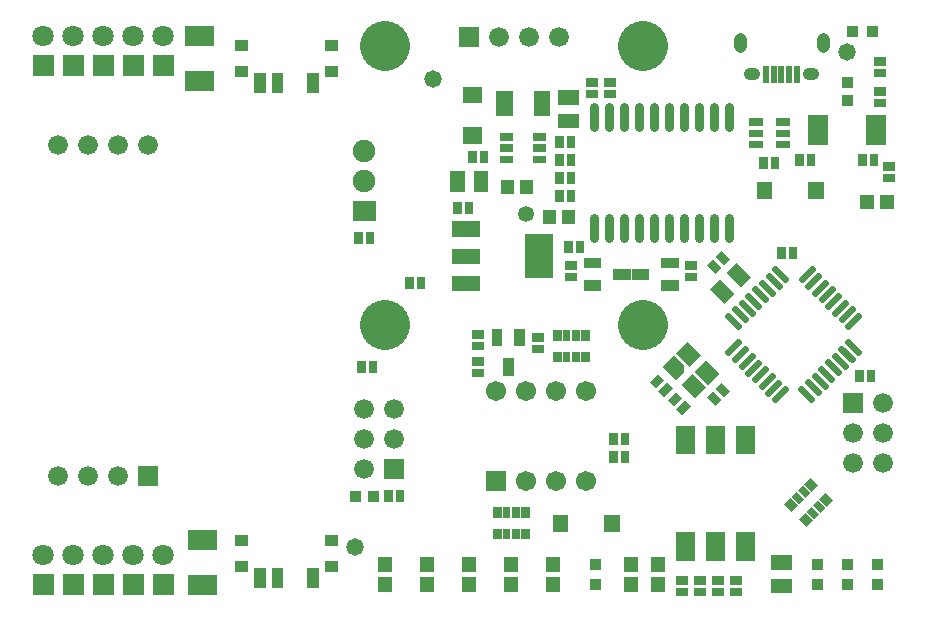
<source format=gts>
G04 Layer: TopSolderMaskLayer*
G04 EasyEDA v6.4.25, 2021-12-03T12:43:26+01:00*
G04 4734013eef9542f2942493e3f9f6a545,9c416354eb984020824aaf9c885bead6,10*
G04 Gerber Generator version 0.2*
G04 Scale: 100 percent, Rotated: No, Reflected: No *
G04 Dimensions in inches *
G04 leading zeros omitted , absolute positions ,3 integer and 6 decimal *
%FSLAX36Y36*%
%MOIN*%

%ADD74C,0.0414*%
%ADD75C,0.0434*%
%ADD76C,0.0217*%
%ADD77C,0.0316*%
%ADD78C,0.1655*%
%ADD79C,0.0580*%
%ADD80C,0.0530*%
%ADD81R,0.0660X0.0660*%
%ADD82C,0.0660*%
%ADD84C,0.0709*%
%ADD93C,0.0670*%
%ADD99C,0.0749*%
%ADD107R,0.0510X0.0470*%

%LPD*%
D74*
X2167485Y786849D02*
G01*
X2155673Y786849D01*
X2364336Y786849D02*
G01*
X2352524Y786849D01*
D75*
X2397799Y882323D02*
G01*
X2397799Y903976D01*
X2122209Y882323D02*
G01*
X2122209Y903976D01*
D76*
X2360722Y136633D02*
G01*
X2327317Y103227D01*
X2383002Y114353D02*
G01*
X2349597Y80947D01*
X2405272Y92082D02*
G01*
X2371867Y58676D01*
X2427542Y69812D02*
G01*
X2394137Y36406D01*
X2449813Y47543D02*
G01*
X2416406Y14137D01*
X2472083Y25273D02*
G01*
X2438676Y-8132D01*
X2494353Y3002D02*
G01*
X2460946Y-30403D01*
X2516633Y-19277D02*
G01*
X2483226Y-52683D01*
X2516273Y-140372D02*
G01*
X2482866Y-106966D01*
X2494003Y-162653D02*
G01*
X2460596Y-129247D01*
X2471733Y-184922D02*
G01*
X2438326Y-151516D01*
X2449462Y-207193D02*
G01*
X2416057Y-173787D01*
X2427192Y-229463D02*
G01*
X2393787Y-196057D01*
X2404922Y-251732D02*
G01*
X2371517Y-218326D01*
X2382653Y-274002D02*
G01*
X2349246Y-240596D01*
X2360372Y-296273D02*
G01*
X2326967Y-262867D01*
X2272682Y-263227D02*
G01*
X2239277Y-296633D01*
X2250402Y-240947D02*
G01*
X2216997Y-274353D01*
X2228132Y-218676D02*
G01*
X2194727Y-252082D01*
X2205862Y-196406D02*
G01*
X2172457Y-229812D01*
X2183593Y-174137D02*
G01*
X2150186Y-207543D01*
X2161323Y-151867D02*
G01*
X2127916Y-185273D01*
X2139053Y-129596D02*
G01*
X2105646Y-163002D01*
X2116773Y-107316D02*
G01*
X2083366Y-140722D01*
X2117133Y-53033D02*
G01*
X2083726Y-19627D01*
X2139403Y-30763D02*
G01*
X2105996Y2642D01*
X2161673Y-8483D02*
G01*
X2128266Y24922D01*
X2183942Y13777D02*
G01*
X2150537Y47182D01*
X2206223Y36057D02*
G01*
X2172816Y69463D01*
X2228482Y58326D02*
G01*
X2195077Y91732D01*
X2250762Y80596D02*
G01*
X2217357Y114002D01*
X2273032Y102867D02*
G01*
X2239627Y136273D01*
D77*
X1635000Y241494D02*
G01*
X1635000Y308424D01*
X1685000Y241494D02*
G01*
X1685000Y308424D01*
X1735000Y241494D02*
G01*
X1735000Y308424D01*
X1785000Y241494D02*
G01*
X1785000Y308424D01*
X1835000Y241494D02*
G01*
X1835000Y308424D01*
X1885000Y241494D02*
G01*
X1885000Y308424D01*
X1935000Y241494D02*
G01*
X1935000Y308424D01*
X1985000Y241494D02*
G01*
X1985000Y308424D01*
X2035000Y241494D02*
G01*
X2035000Y308424D01*
X2085000Y241494D02*
G01*
X2085000Y308424D01*
X1635000Y611574D02*
G01*
X1635000Y678503D01*
X1685000Y611574D02*
G01*
X1685000Y678503D01*
X1735000Y611574D02*
G01*
X1735000Y678503D01*
X1785000Y611574D02*
G01*
X1785000Y678503D01*
X1835000Y611574D02*
G01*
X1835000Y678503D01*
X1885000Y611574D02*
G01*
X1885000Y678503D01*
X1935000Y611574D02*
G01*
X1935000Y678503D01*
X1985000Y611574D02*
G01*
X1985000Y678503D01*
X2035000Y611574D02*
G01*
X2035000Y678503D01*
X2085000Y611574D02*
G01*
X2085000Y678503D01*
D78*
X940000Y880000D02*
G01*
X940000Y880000D01*
X1800000Y880000D02*
G01*
X1800000Y880000D01*
X940000Y-50000D02*
G01*
X940000Y-50000D01*
X1800000Y-50000D02*
G01*
X1800000Y-50000D01*
D79*
G01*
X840000Y-790000D03*
G01*
X1100000Y770000D03*
D80*
G01*
X1410000Y320000D03*
D79*
G01*
X2480000Y860000D03*
G36*
X116999Y-584200D02*
G01*
X116999Y-518200D01*
X183000Y-518200D01*
X183000Y-584200D01*
G37*
D82*
G01*
X50000Y-551199D03*
G01*
X-50000Y-551199D03*
G01*
X-150000Y-551199D03*
G01*
X-150000Y551199D03*
G01*
X-50000Y551199D03*
G01*
X50000Y551199D03*
G01*
X150000Y551199D03*
G36*
X164499Y-950500D02*
G01*
X164499Y-879499D01*
X235500Y-879499D01*
X235500Y-950500D01*
G37*
D84*
G01*
X200000Y-815000D03*
G36*
X64499Y-950500D02*
G01*
X64499Y-879499D01*
X135500Y-879499D01*
X135500Y-950500D01*
G37*
G01*
X100000Y-815000D03*
G36*
X-35500Y-950500D02*
G01*
X-35500Y-879499D01*
X35500Y-879499D01*
X35500Y-950500D01*
G37*
G01*
X0Y-815000D03*
G36*
X-135500Y-950500D02*
G01*
X-135500Y-879499D01*
X-64499Y-879499D01*
X-64499Y-950500D01*
G37*
G01*
X-100000Y-815000D03*
G36*
X-235500Y-950500D02*
G01*
X-235500Y-879499D01*
X-164499Y-879499D01*
X-164499Y-950500D01*
G37*
G01*
X-200000Y-815000D03*
G36*
X164499Y779499D02*
G01*
X164499Y850500D01*
X235500Y850500D01*
X235500Y779499D01*
G37*
G01*
X200000Y915000D03*
G36*
X64499Y779499D02*
G01*
X64499Y850500D01*
X135500Y850500D01*
X135500Y779499D01*
G37*
G01*
X100000Y915000D03*
G36*
X-35500Y779499D02*
G01*
X-35500Y850500D01*
X35500Y850500D01*
X35500Y779499D01*
G37*
G01*
X0Y915000D03*
G36*
X-135500Y779499D02*
G01*
X-135500Y850500D01*
X-64499Y850500D01*
X-64499Y779499D01*
G37*
G01*
X-100000Y915000D03*
G36*
X-235500Y779499D02*
G01*
X-235500Y850500D01*
X-164499Y850500D01*
X-164499Y779499D01*
G37*
G01*
X-200000Y915000D03*
G36*
X2250100Y758200D02*
G01*
X2250100Y815399D01*
X2269899Y815399D01*
X2269899Y758200D01*
G37*
G36*
X2224499Y758200D02*
G01*
X2224499Y815399D01*
X2244300Y815399D01*
X2244300Y758200D01*
G37*
G36*
X2198900Y758200D02*
G01*
X2198900Y815399D01*
X2218699Y815399D01*
X2218699Y758200D01*
G37*
G36*
X2275699Y758200D02*
G01*
X2275699Y815399D01*
X2295500Y815399D01*
X2295500Y758200D01*
G37*
G36*
X2301300Y758200D02*
G01*
X2301300Y815399D01*
X2321099Y815399D01*
X2321099Y758200D01*
G37*
G36*
X271199Y731100D02*
G01*
X271199Y798400D01*
X368800Y798400D01*
X368800Y731100D01*
G37*
G36*
X271199Y881599D02*
G01*
X271199Y948899D01*
X368800Y948899D01*
X368800Y881599D01*
G37*
G36*
X281199Y-948899D02*
G01*
X281199Y-881599D01*
X378800Y-881599D01*
X378800Y-948899D01*
G37*
G36*
X281199Y-798400D02*
G01*
X281199Y-731100D01*
X378800Y-731100D01*
X378800Y-798400D01*
G37*
G36*
X1298000Y-763200D02*
G01*
X1298000Y-727699D01*
X1327600Y-727699D01*
X1327600Y-763200D01*
G37*
G36*
X1298000Y-692300D02*
G01*
X1298000Y-656799D01*
X1327600Y-656799D01*
X1327600Y-692300D01*
G37*
G36*
X1332399Y-763200D02*
G01*
X1332399Y-727699D01*
X1356099Y-727699D01*
X1356099Y-763200D01*
G37*
G36*
X1332399Y-692300D02*
G01*
X1332399Y-656799D01*
X1356099Y-656799D01*
X1356099Y-692300D01*
G37*
G36*
X1363900Y-763200D02*
G01*
X1363900Y-727699D01*
X1387600Y-727699D01*
X1387600Y-763200D01*
G37*
G36*
X1363900Y-692300D02*
G01*
X1363900Y-656799D01*
X1387600Y-656799D01*
X1387600Y-692300D01*
G37*
G36*
X1392399Y-763200D02*
G01*
X1392399Y-727699D01*
X1421999Y-727699D01*
X1421999Y-763200D01*
G37*
G36*
X1392399Y-692300D02*
G01*
X1392399Y-656799D01*
X1421999Y-656799D01*
X1421999Y-692300D01*
G37*
G36*
X1498000Y-173200D02*
G01*
X1498000Y-137699D01*
X1527600Y-137699D01*
X1527600Y-173200D01*
G37*
G36*
X1498000Y-102300D02*
G01*
X1498000Y-66799D01*
X1527600Y-66799D01*
X1527600Y-102300D01*
G37*
G36*
X1532399Y-173200D02*
G01*
X1532399Y-137699D01*
X1556099Y-137699D01*
X1556099Y-173200D01*
G37*
G36*
X1532399Y-102300D02*
G01*
X1532399Y-66799D01*
X1556099Y-66799D01*
X1556099Y-102300D01*
G37*
G36*
X1563900Y-173200D02*
G01*
X1563900Y-137699D01*
X1587600Y-137699D01*
X1587600Y-173200D01*
G37*
G36*
X1563900Y-102300D02*
G01*
X1563900Y-66799D01*
X1587600Y-66799D01*
X1587600Y-102300D01*
G37*
G36*
X1592399Y-173200D02*
G01*
X1592399Y-137699D01*
X1621999Y-137699D01*
X1621999Y-173200D01*
G37*
G36*
X1592399Y-102300D02*
G01*
X1592399Y-66799D01*
X1621999Y-66799D01*
X1621999Y-102300D01*
G37*
G36*
X2343699Y-721500D02*
G01*
X2318599Y-696399D01*
X2339600Y-675399D01*
X2364700Y-700500D01*
G37*
G36*
X2293599Y-671399D02*
G01*
X2268500Y-646300D01*
X2289499Y-625300D01*
X2314600Y-650399D01*
G37*
G36*
X2368100Y-697100D02*
G01*
X2343000Y-671999D01*
X2359700Y-655300D01*
X2384799Y-680399D01*
G37*
G36*
X2318000Y-646999D02*
G01*
X2292899Y-621900D01*
X2309600Y-605199D01*
X2334700Y-630300D01*
G37*
G36*
X2390399Y-674800D02*
G01*
X2365299Y-649699D01*
X2381999Y-633000D01*
X2407100Y-658099D01*
G37*
G36*
X2340299Y-624699D02*
G01*
X2315200Y-599600D01*
X2331899Y-582899D01*
X2356999Y-608000D01*
G37*
G36*
X2410500Y-654699D02*
G01*
X2385399Y-629600D01*
X2406400Y-608600D01*
X2431499Y-633699D01*
G37*
G36*
X2360399Y-604499D02*
G01*
X2335299Y-579400D01*
X2356300Y-558499D01*
X2381400Y-583600D01*
G37*
G36*
X1622299Y-864200D02*
G01*
X1622299Y-828800D01*
X1657700Y-828800D01*
X1657700Y-864200D01*
G37*
G36*
X1622299Y-931199D02*
G01*
X1622299Y-895799D01*
X1657700Y-895799D01*
X1657700Y-931199D01*
G37*
G36*
X1323199Y489800D02*
G01*
X1323199Y515399D01*
X1366599Y515399D01*
X1366599Y489800D01*
G37*
G36*
X1323199Y527199D02*
G01*
X1323199Y552800D01*
X1366599Y552800D01*
X1366599Y527199D01*
G37*
G36*
X1323199Y564600D02*
G01*
X1323199Y590199D01*
X1366599Y590199D01*
X1366599Y564600D01*
G37*
G36*
X1433400Y564600D02*
G01*
X1433400Y590199D01*
X1476800Y590199D01*
X1476800Y564600D01*
G37*
G36*
X1433400Y527199D02*
G01*
X1433400Y552800D01*
X1476800Y552800D01*
X1476800Y527199D01*
G37*
G36*
X1433400Y489800D02*
G01*
X1433400Y515399D01*
X1476800Y515399D01*
X1476800Y489800D01*
G37*
G36*
X2151700Y614899D02*
G01*
X2151700Y639899D01*
X2197899Y639899D01*
X2197899Y614899D01*
G37*
G36*
X2151700Y577500D02*
G01*
X2151700Y602500D01*
X2197899Y602500D01*
X2197899Y577500D01*
G37*
G36*
X2151700Y540100D02*
G01*
X2151700Y565100D01*
X2197899Y565100D01*
X2197899Y540100D01*
G37*
G36*
X2242100Y540100D02*
G01*
X2242100Y565100D01*
X2288299Y565100D01*
X2288299Y540100D01*
G37*
G36*
X2242100Y577500D02*
G01*
X2242100Y602500D01*
X2288299Y602500D01*
X2288299Y577500D01*
G37*
G36*
X2242100Y614899D02*
G01*
X2242100Y639899D01*
X2288299Y639899D01*
X2288299Y614899D01*
G37*
G36*
X1276499Y-603499D02*
G01*
X1276499Y-536500D01*
X1343500Y-536500D01*
X1343500Y-603499D01*
G37*
D93*
G01*
X1410000Y-570000D03*
G01*
X1510000Y-570000D03*
G01*
X1610000Y-570000D03*
G01*
X1610000Y-270000D03*
G01*
X1510000Y-270000D03*
G01*
X1410000Y-270000D03*
G01*
X1310000Y-270000D03*
G36*
X881799Y-639000D02*
G01*
X881799Y-600999D01*
X917500Y-600999D01*
X917500Y-639000D01*
G37*
G36*
X822500Y-639000D02*
G01*
X822500Y-600999D01*
X858200Y-600999D01*
X858200Y-639000D01*
G37*
G36*
X2177799Y371199D02*
G01*
X2177799Y428800D01*
X2230200Y428800D01*
X2230200Y371199D01*
G37*
G36*
X2349799Y371199D02*
G01*
X2349799Y428800D01*
X2402200Y428800D01*
X2402200Y371199D01*
G37*
G36*
X1669799Y-738800D02*
G01*
X1669799Y-681199D01*
X1722200Y-681199D01*
X1722200Y-738800D01*
G37*
G36*
X1497799Y-738800D02*
G01*
X1497799Y-681199D01*
X1550200Y-681199D01*
X1550200Y-738800D01*
G37*
G36*
X501700Y-925999D02*
G01*
X501700Y-859000D01*
X541100Y-859000D01*
X541100Y-925999D01*
G37*
G36*
X560799Y-925999D02*
G01*
X560799Y-859000D01*
X600199Y-859000D01*
X600199Y-925999D01*
G37*
G36*
X678899Y-925999D02*
G01*
X678899Y-859000D01*
X718299Y-859000D01*
X718299Y-925999D01*
G37*
G36*
X438699Y-873800D02*
G01*
X438699Y-834400D01*
X482100Y-834400D01*
X482100Y-873800D01*
G37*
G36*
X438699Y-787199D02*
G01*
X438699Y-747800D01*
X482100Y-747800D01*
X482100Y-787199D01*
G37*
G36*
X737899Y-873800D02*
G01*
X737899Y-834400D01*
X781300Y-834400D01*
X781300Y-873800D01*
G37*
G36*
X737899Y-787199D02*
G01*
X737899Y-747800D01*
X781300Y-747800D01*
X781300Y-787199D01*
G37*
G36*
X501700Y724000D02*
G01*
X501700Y790999D01*
X541100Y790999D01*
X541100Y724000D01*
G37*
G36*
X560799Y724000D02*
G01*
X560799Y790999D01*
X600199Y790999D01*
X600199Y724000D01*
G37*
G36*
X678899Y724000D02*
G01*
X678899Y790999D01*
X718299Y790999D01*
X718299Y724000D01*
G37*
G36*
X438699Y776199D02*
G01*
X438699Y815599D01*
X482100Y815599D01*
X482100Y776199D01*
G37*
G36*
X438699Y862800D02*
G01*
X438699Y902199D01*
X482100Y902199D01*
X482100Y862800D01*
G37*
G36*
X737899Y776199D02*
G01*
X737899Y815599D01*
X781300Y815599D01*
X781300Y776199D01*
G37*
G36*
X737899Y862800D02*
G01*
X737899Y902199D01*
X781300Y902199D01*
X781300Y862800D01*
G37*
G36*
X875799Y220300D02*
G01*
X875799Y259699D01*
X903499Y259699D01*
X903499Y220300D01*
G37*
G36*
X836500Y220300D02*
G01*
X836500Y259699D01*
X864200Y259699D01*
X864200Y220300D01*
G37*
D99*
G01*
X870000Y530000D03*
G01*
X870000Y430000D03*
G36*
X832600Y296999D02*
G01*
X832600Y363000D01*
X907399Y363000D01*
X907399Y296999D01*
G37*
G36*
X2461000Y682500D02*
G01*
X2461000Y718200D01*
X2498999Y718200D01*
X2498999Y682500D01*
G37*
G36*
X2461000Y741799D02*
G01*
X2461000Y777500D01*
X2498999Y777500D01*
X2498999Y741799D01*
G37*
D82*
G01*
X870000Y-330000D03*
G01*
X970000Y-330000D03*
G01*
X870000Y-430000D03*
G01*
X970000Y-430000D03*
G01*
X870000Y-530000D03*
D81*
G01*
X970000Y-530000D03*
D82*
G01*
X2600000Y-510000D03*
G01*
X2500000Y-510000D03*
G01*
X2600000Y-410000D03*
G01*
X2500000Y-410000D03*
G01*
X2600000Y-310000D03*
G36*
X2466999Y-343000D02*
G01*
X2466999Y-276999D01*
X2533000Y-276999D01*
X2533000Y-343000D01*
G37*
G36*
X885799Y-209699D02*
G01*
X885799Y-170300D01*
X913499Y-170300D01*
X913499Y-209699D01*
G37*
G36*
X846500Y-209699D02*
G01*
X846500Y-170300D01*
X874200Y-170300D01*
X874200Y-209699D01*
G37*
G36*
X975799Y-639699D02*
G01*
X975799Y-600300D01*
X1003500Y-600300D01*
X1003500Y-639699D01*
G37*
G36*
X936500Y-639699D02*
G01*
X936500Y-600300D01*
X964200Y-600300D01*
X964200Y-639699D01*
G37*
G36*
X1404700Y107100D02*
G01*
X1404700Y252899D01*
X1499300Y252899D01*
X1499300Y107100D01*
G37*
G36*
X1160699Y63800D02*
G01*
X1160699Y115100D01*
X1255299Y115100D01*
X1255299Y63800D01*
G37*
G36*
X1160699Y154299D02*
G01*
X1160699Y205700D01*
X1255299Y205700D01*
X1255299Y154299D01*
G37*
G36*
X1160699Y244899D02*
G01*
X1160699Y296199D01*
X1255299Y296199D01*
X1255299Y244899D01*
G37*
G36*
X1536499Y190300D02*
G01*
X1536499Y229699D01*
X1564200Y229699D01*
X1564200Y190300D01*
G37*
G36*
X1575799Y190300D02*
G01*
X1575799Y229699D01*
X1603500Y229699D01*
X1603500Y190300D01*
G37*
G36*
X1610299Y706500D02*
G01*
X1610299Y734200D01*
X1649700Y734200D01*
X1649700Y706500D01*
G37*
G36*
X1610299Y745799D02*
G01*
X1610299Y773499D01*
X1649700Y773499D01*
X1649700Y745799D01*
G37*
G36*
X1545799Y420300D02*
G01*
X1545799Y459699D01*
X1573500Y459699D01*
X1573500Y420300D01*
G37*
G36*
X1506499Y420300D02*
G01*
X1506499Y459699D01*
X1534200Y459699D01*
X1534200Y420300D01*
G37*
G36*
X1670299Y706500D02*
G01*
X1670299Y734200D01*
X1709700Y734200D01*
X1709700Y706500D01*
G37*
G36*
X1670299Y745799D02*
G01*
X1670299Y773499D01*
X1709700Y773499D01*
X1709700Y745799D01*
G37*
G36*
X1545799Y480300D02*
G01*
X1545799Y519800D01*
X1573500Y519800D01*
X1573500Y480300D01*
G37*
G36*
X1506499Y480300D02*
G01*
X1506499Y519800D01*
X1534200Y519800D01*
X1534200Y480300D01*
G37*
G36*
X1762200Y102199D02*
G01*
X1762200Y137800D01*
X1819399Y137800D01*
X1819399Y102199D01*
G37*
G36*
X1860600Y139600D02*
G01*
X1860600Y175199D01*
X1917799Y175199D01*
X1917799Y139600D01*
G37*
G36*
X1860600Y64800D02*
G01*
X1860600Y100399D01*
X1917799Y100399D01*
X1917799Y64800D01*
G37*
G36*
X1602200Y139600D02*
G01*
X1602200Y175199D01*
X1659399Y175199D01*
X1659399Y139600D01*
G37*
G36*
X1602200Y64800D02*
G01*
X1602200Y100399D01*
X1659399Y100399D01*
X1659399Y64800D01*
G37*
G36*
X1700600Y102199D02*
G01*
X1700600Y137800D01*
X1757799Y137800D01*
X1757799Y102199D01*
G37*
G36*
X1332200Y-217800D02*
G01*
X1332200Y-160599D01*
X1367799Y-160599D01*
X1367799Y-217800D01*
G37*
G36*
X1294799Y-119400D02*
G01*
X1294799Y-62199D01*
X1330399Y-62199D01*
X1330399Y-119400D01*
G37*
G36*
X1369600Y-119400D02*
G01*
X1369600Y-62199D01*
X1405200Y-62199D01*
X1405200Y-119400D01*
G37*
G36*
X1430299Y-104200D02*
G01*
X1430299Y-76500D01*
X1469700Y-76500D01*
X1469700Y-104200D01*
G37*
G36*
X1430299Y-143499D02*
G01*
X1430299Y-115799D01*
X1469700Y-115799D01*
X1469700Y-143499D01*
G37*
G36*
X1230299Y-133499D02*
G01*
X1230299Y-105799D01*
X1269700Y-105799D01*
X1269700Y-133499D01*
G37*
G36*
X1230299Y-94200D02*
G01*
X1230299Y-66500D01*
X1269700Y-66500D01*
X1269700Y-94200D01*
G37*
G36*
X2090299Y-953499D02*
G01*
X2090299Y-925799D01*
X2129700Y-925799D01*
X2129700Y-953499D01*
G37*
G36*
X2090299Y-914200D02*
G01*
X2090299Y-886500D01*
X2129700Y-886500D01*
X2129700Y-914200D01*
G37*
G36*
X1929700Y-347699D02*
G01*
X1910200Y-328099D01*
X1938100Y-300199D01*
X1957700Y-319699D01*
G37*
G36*
X1901899Y-319800D02*
G01*
X1882299Y-300300D01*
X1910299Y-272300D01*
X1929799Y-291900D01*
G37*
G36*
X2030299Y-953499D02*
G01*
X2030299Y-925799D01*
X2069700Y-925799D01*
X2069700Y-953499D01*
G37*
G36*
X2030299Y-914200D02*
G01*
X2030299Y-886500D01*
X2069700Y-886500D01*
X2069700Y-914200D01*
G37*
G36*
X1970299Y-953499D02*
G01*
X1970299Y-925799D01*
X2009700Y-925799D01*
X2009700Y-953499D01*
G37*
G36*
X1970299Y-914200D02*
G01*
X1970299Y-886500D01*
X2009700Y-886500D01*
X2009700Y-914200D01*
G37*
G36*
X1910299Y-953499D02*
G01*
X1910299Y-925799D01*
X1949700Y-925799D01*
X1949700Y-953499D01*
G37*
G36*
X1910299Y-914200D02*
G01*
X1910299Y-886500D01*
X1949700Y-886500D01*
X1949700Y-914200D01*
G37*
G36*
X2462299Y-864200D02*
G01*
X2462299Y-828800D01*
X2497700Y-828800D01*
X2497700Y-864200D01*
G37*
G36*
X2462299Y-931199D02*
G01*
X2462299Y-895799D01*
X2497700Y-895799D01*
X2497700Y-931199D01*
G37*
G36*
X2545799Y912300D02*
G01*
X2545799Y947699D01*
X2581199Y947699D01*
X2581199Y912300D01*
G37*
G36*
X2478800Y912300D02*
G01*
X2478800Y947699D01*
X2514200Y947699D01*
X2514200Y912300D01*
G37*
G36*
X2562299Y-864200D02*
G01*
X2562299Y-828800D01*
X2597700Y-828800D01*
X2597700Y-864200D01*
G37*
G36*
X2562299Y-931199D02*
G01*
X2562299Y-895799D01*
X2597700Y-895799D01*
X2597700Y-931199D01*
G37*
G36*
X2362299Y-864200D02*
G01*
X2362299Y-828800D01*
X2397700Y-828800D01*
X2397700Y-864200D01*
G37*
G36*
X2362299Y-931199D02*
G01*
X2362299Y-895799D01*
X2397700Y-895799D01*
X2397700Y-931199D01*
G37*
D107*
G01*
X2613500Y360000D03*
G01*
X2546499Y360000D03*
G36*
X1686499Y-449699D02*
G01*
X1686499Y-410300D01*
X1714200Y-410300D01*
X1714200Y-449699D01*
G37*
G36*
X1725799Y-449699D02*
G01*
X1725799Y-410300D01*
X1753500Y-410300D01*
X1753500Y-449699D01*
G37*
G36*
X1686499Y-509699D02*
G01*
X1686499Y-470300D01*
X1714200Y-470300D01*
X1714200Y-509699D01*
G37*
G36*
X1725799Y-509699D02*
G01*
X1725799Y-470300D01*
X1753500Y-470300D01*
X1753500Y-509699D01*
G37*
G36*
X1940299Y96500D02*
G01*
X1940299Y124200D01*
X1979700Y124200D01*
X1979700Y96500D01*
G37*
G36*
X1940299Y135799D02*
G01*
X1940299Y163499D01*
X1979700Y163499D01*
X1979700Y135799D01*
G37*
G36*
X1230299Y-223499D02*
G01*
X1230299Y-195799D01*
X1269799Y-195799D01*
X1269799Y-223499D01*
G37*
G36*
X1230299Y-184200D02*
G01*
X1230299Y-156500D01*
X1269799Y-156500D01*
X1269799Y-184200D01*
G37*
G36*
X2068100Y150199D02*
G01*
X2040200Y178099D01*
X2059700Y197699D01*
X2087700Y169699D01*
G37*
G36*
X2040299Y122300D02*
G01*
X2012299Y150300D01*
X2031899Y169800D01*
X2059799Y141900D01*
G37*
G36*
X2545799Y-239699D02*
G01*
X2545799Y-200199D01*
X2573500Y-200199D01*
X2573500Y-239699D01*
G37*
G36*
X2506499Y-239699D02*
G01*
X2506499Y-200199D01*
X2534200Y-200199D01*
X2534200Y-239699D01*
G37*
G36*
X2570299Y676500D02*
G01*
X2570299Y704200D01*
X2609799Y704200D01*
X2609799Y676500D01*
G37*
G36*
X2570299Y715799D02*
G01*
X2570299Y743499D01*
X2609799Y743499D01*
X2609799Y715799D01*
G37*
G36*
X2345799Y480300D02*
G01*
X2345799Y519800D01*
X2373500Y519800D01*
X2373500Y480300D01*
G37*
G36*
X2306499Y480300D02*
G01*
X2306499Y519800D01*
X2334200Y519800D01*
X2334200Y480300D01*
G37*
G36*
X1515500Y606900D02*
G01*
X1515500Y654299D01*
X1584499Y654299D01*
X1584499Y606900D01*
G37*
G36*
X1515500Y685700D02*
G01*
X1515500Y733099D01*
X1584499Y733099D01*
X1584499Y685700D01*
G37*
G36*
X1545799Y540300D02*
G01*
X1545799Y579800D01*
X1573500Y579800D01*
X1573500Y540300D01*
G37*
G36*
X1506499Y540300D02*
G01*
X1506499Y579800D01*
X1534200Y579800D01*
X1534200Y540300D01*
G37*
G36*
X1156899Y395500D02*
G01*
X1156899Y464499D01*
X1204300Y464499D01*
X1204300Y395500D01*
G37*
G36*
X1235699Y395500D02*
G01*
X1235699Y464499D01*
X1283100Y464499D01*
X1283100Y395500D01*
G37*
G36*
X1216499Y490199D02*
G01*
X1216499Y529699D01*
X1244200Y529699D01*
X1244200Y490199D01*
G37*
G36*
X1255799Y490199D02*
G01*
X1255799Y529699D01*
X1283500Y529699D01*
X1283500Y490199D01*
G37*
G36*
X1006499Y70199D02*
G01*
X1006499Y109699D01*
X1034200Y109699D01*
X1034200Y70199D01*
G37*
G36*
X1045799Y70199D02*
G01*
X1045799Y109699D01*
X1073500Y109699D01*
X1073500Y70199D01*
G37*
G36*
X1166499Y320199D02*
G01*
X1166499Y359699D01*
X1194200Y359699D01*
X1194200Y320199D01*
G37*
G36*
X1205799Y320199D02*
G01*
X1205799Y359699D01*
X1233500Y359699D01*
X1233500Y320199D01*
G37*
G36*
X2246499Y170300D02*
G01*
X2246499Y209699D01*
X2274200Y209699D01*
X2274200Y170300D01*
G37*
G36*
X2285799Y170300D02*
G01*
X2285799Y209699D01*
X2313500Y209699D01*
X2313500Y170300D01*
G37*
G36*
X2600299Y426500D02*
G01*
X2600299Y454200D01*
X2639700Y454200D01*
X2639700Y426500D01*
G37*
G36*
X2600299Y465799D02*
G01*
X2600299Y493499D01*
X2639700Y493499D01*
X2639700Y465799D01*
G37*
G36*
X1506499Y360300D02*
G01*
X1506499Y399699D01*
X1534200Y399699D01*
X1534200Y360300D01*
G37*
G36*
X1545799Y360300D02*
G01*
X1545799Y399699D01*
X1573500Y399699D01*
X1573500Y360300D01*
G37*
G36*
X2068100Y-289800D02*
G01*
X2040200Y-261900D01*
X2059700Y-242300D01*
X2087700Y-270300D01*
G37*
G36*
X2040299Y-317699D02*
G01*
X2012299Y-289699D01*
X2031899Y-270199D01*
X2059799Y-298099D01*
G37*
G36*
X1841899Y-259800D02*
G01*
X1822299Y-240300D01*
X1850299Y-212300D01*
X1869799Y-231900D01*
G37*
G36*
X1869700Y-287699D02*
G01*
X1850200Y-268099D01*
X1878100Y-240199D01*
X1897700Y-259699D01*
G37*
G36*
X1198400Y555399D02*
G01*
X1198400Y610700D01*
X1261599Y610700D01*
X1261599Y555399D01*
G37*
G36*
X1198400Y689299D02*
G01*
X1198400Y744600D01*
X1261599Y744600D01*
X1261599Y689299D01*
G37*
G36*
X1186999Y876999D02*
G01*
X1186999Y943000D01*
X1253000Y943000D01*
X1253000Y876999D01*
G37*
D82*
G01*
X1320000Y910000D03*
G01*
X1420000Y910000D03*
G01*
X1520000Y910000D03*
G36*
X916500Y-871999D02*
G01*
X916500Y-820999D01*
X963500Y-820999D01*
X963500Y-871999D01*
G37*
G36*
X916500Y-939000D02*
G01*
X916500Y-888000D01*
X963500Y-888000D01*
X963500Y-939000D01*
G37*
G36*
X1056499Y-871999D02*
G01*
X1056499Y-820999D01*
X1103500Y-820999D01*
X1103500Y-871999D01*
G37*
G36*
X1056499Y-939000D02*
G01*
X1056499Y-888000D01*
X1103500Y-888000D01*
X1103500Y-939000D01*
G37*
G36*
X1196499Y-871999D02*
G01*
X1196499Y-820999D01*
X1243500Y-820999D01*
X1243500Y-871999D01*
G37*
G36*
X1196499Y-939000D02*
G01*
X1196499Y-888000D01*
X1243500Y-888000D01*
X1243500Y-939000D01*
G37*
G36*
X1336499Y-871999D02*
G01*
X1336499Y-820999D01*
X1383500Y-820999D01*
X1383500Y-871999D01*
G37*
G36*
X1336499Y-939000D02*
G01*
X1336499Y-888000D01*
X1383500Y-888000D01*
X1383500Y-939000D01*
G37*
G36*
X1476499Y-871999D02*
G01*
X1476499Y-820999D01*
X1523500Y-820999D01*
X1523500Y-871999D01*
G37*
G36*
X1476499Y-939000D02*
G01*
X1476499Y-888000D01*
X1523500Y-888000D01*
X1523500Y-939000D01*
G37*
G36*
X1326800Y386300D02*
G01*
X1326800Y433699D01*
X1370200Y433699D01*
X1370200Y386300D01*
G37*
G36*
X1389799Y386300D02*
G01*
X1389799Y433699D01*
X1433199Y433699D01*
X1433199Y386300D01*
G37*
G36*
X1540299Y96500D02*
G01*
X1540299Y124200D01*
X1579700Y124200D01*
X1579700Y96500D01*
G37*
G36*
X1540299Y135799D02*
G01*
X1540299Y163499D01*
X1579700Y163499D01*
X1579700Y135799D01*
G37*
G36*
X1466800Y286300D02*
G01*
X1466800Y333699D01*
X1510200Y333699D01*
X1510200Y286300D01*
G37*
G36*
X1529799Y286300D02*
G01*
X1529799Y333699D01*
X1573199Y333699D01*
X1573199Y286300D01*
G37*
G36*
X2108000Y-479800D02*
G01*
X2108000Y-385799D01*
X2171999Y-385799D01*
X2171999Y-479800D01*
G37*
G36*
X2108000Y-834200D02*
G01*
X2108000Y-740199D01*
X2171999Y-740199D01*
X2171999Y-834200D01*
G37*
G36*
X2008000Y-834200D02*
G01*
X2008000Y-740199D01*
X2071999Y-740199D01*
X2071999Y-834200D01*
G37*
G36*
X2008000Y-479800D02*
G01*
X2008000Y-385799D01*
X2071999Y-385799D01*
X2071999Y-479800D01*
G37*
G36*
X1908000Y-479800D02*
G01*
X1908000Y-385799D01*
X1971999Y-385799D01*
X1971999Y-479800D01*
G37*
G36*
X1908000Y-834200D02*
G01*
X1908000Y-740199D01*
X1971999Y-740199D01*
X1971999Y-834200D01*
G37*
G36*
X2350000Y629400D02*
G01*
X2350000Y649400D01*
X2416999Y649400D01*
X2416999Y629400D01*
G37*
G36*
X2350000Y609699D02*
G01*
X2350000Y629699D01*
X2416999Y629699D01*
X2416999Y609699D01*
G37*
G36*
X2350000Y590000D02*
G01*
X2350000Y610000D01*
X2416999Y610000D01*
X2416999Y590000D01*
G37*
G36*
X2350000Y570300D02*
G01*
X2350000Y590300D01*
X2416999Y590300D01*
X2416999Y570300D01*
G37*
G36*
X2350000Y550599D02*
G01*
X2350000Y570599D01*
X2416999Y570599D01*
X2416999Y550599D01*
G37*
G36*
X2543000Y550599D02*
G01*
X2543000Y570599D01*
X2610000Y570599D01*
X2610000Y550599D01*
G37*
G36*
X2543000Y570300D02*
G01*
X2543000Y590300D01*
X2610000Y590300D01*
X2610000Y570300D01*
G37*
G36*
X2543000Y590000D02*
G01*
X2543000Y610000D01*
X2610000Y610000D01*
X2610000Y590000D01*
G37*
G36*
X2543000Y609699D02*
G01*
X2543000Y629699D01*
X2610000Y629699D01*
X2610000Y609699D01*
G37*
G36*
X2543000Y629400D02*
G01*
X2543000Y649400D01*
X2610000Y649400D01*
X2610000Y629400D01*
G37*
G36*
X2125500Y76700D02*
G01*
X2076700Y125500D01*
X2110200Y159000D01*
X2158999Y110199D01*
G37*
G36*
X2069799Y20999D02*
G01*
X2021000Y69800D01*
X2054499Y103299D01*
X2103299Y54499D01*
G37*
G36*
X2225500Y-864299D02*
G01*
X2225500Y-816900D01*
X2294499Y-816900D01*
X2294499Y-864299D01*
G37*
G36*
X2225500Y-943099D02*
G01*
X2225500Y-895700D01*
X2294499Y-895700D01*
X2294499Y-943099D01*
G37*
G36*
X2186499Y470199D02*
G01*
X2186499Y509699D01*
X2214200Y509699D01*
X2214200Y470199D01*
G37*
G36*
X2225799Y470199D02*
G01*
X2225799Y509699D01*
X2253500Y509699D01*
X2253500Y470199D01*
G37*
G36*
X2555799Y480300D02*
G01*
X2555799Y519800D01*
X2583500Y519800D01*
X2583500Y480300D01*
G37*
G36*
X2516499Y480300D02*
G01*
X2516499Y519800D01*
X2544200Y519800D01*
X2544200Y480300D01*
G37*
G36*
X2570299Y776500D02*
G01*
X2570299Y804200D01*
X2609700Y804200D01*
X2609700Y776500D01*
G37*
G36*
X2570299Y815799D02*
G01*
X2570299Y843499D01*
X2609700Y843499D01*
X2609700Y815799D01*
G37*
G36*
X1309399Y648600D02*
G01*
X1309399Y731399D01*
X1364600Y731399D01*
X1364600Y648600D01*
G37*
G36*
X1435399Y648600D02*
G01*
X1435399Y731399D01*
X1490600Y731399D01*
X1490600Y648600D01*
G37*
G36*
X2016400Y-249499D02*
G01*
X1971700Y-204899D01*
X2009399Y-167199D01*
X2053999Y-211799D01*
G37*
G36*
X1910600Y-232800D02*
G01*
X1865900Y-188200D01*
X1903599Y-150500D01*
X1936599Y-183400D01*
X1936000Y-207399D01*
G37*
G36*
X1955100Y-188200D02*
G01*
X1910500Y-143600D01*
X1948199Y-105900D01*
X1992799Y-150599D01*
G37*
G36*
X1971800Y-294000D02*
G01*
X1927200Y-249400D01*
X1964899Y-211700D01*
X2009499Y-256399D01*
G37*
G36*
X1736499Y-871999D02*
G01*
X1736499Y-820999D01*
X1783500Y-820999D01*
X1783500Y-871999D01*
G37*
G36*
X1736499Y-939000D02*
G01*
X1736499Y-888000D01*
X1783500Y-888000D01*
X1783500Y-939000D01*
G37*
G36*
X1826499Y-871999D02*
G01*
X1826499Y-820999D01*
X1873500Y-820999D01*
X1873500Y-871999D01*
G37*
G36*
X1826499Y-939000D02*
G01*
X1826499Y-888000D01*
X1873500Y-888000D01*
X1873500Y-939000D01*
G37*
M02*

</source>
